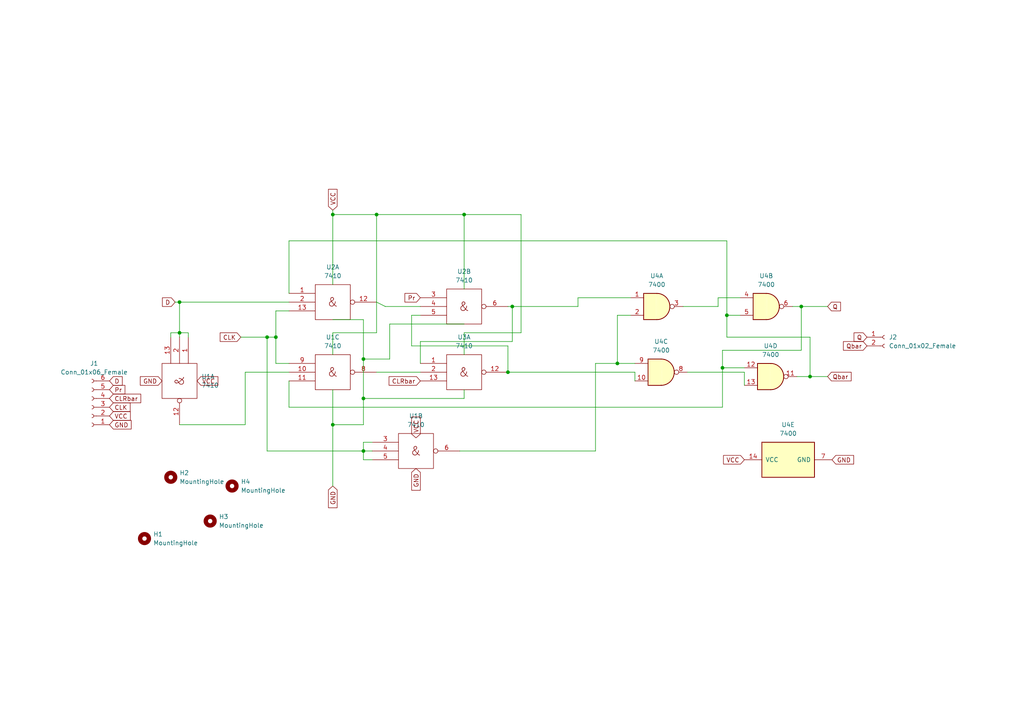
<source format=kicad_sch>
(kicad_sch (version 20211123) (generator eeschema)
  (paper "A4")
  (lib_symbols
    (symbol "74xx:7400" (pin_names (offset 1.016))
      (property "Reference" "U" (at 0 1.27 0))
      (property "Value" "7400" (at 0 -1.27 0))
      (symbol "7400_1_1"
        (arc (start 0 -3.81) (mid 3.81 0) (end 0 3.81) (stroke (width 0.254)) (fill (type background)))
        (polyline (pts (xy 0 3.81) (xy -3.81 3.81) (xy -3.81 -3.81) (xy 0 -3.81)) (stroke (width 0.254)) (fill (type background)))
        (pin input line (at -7.62 2.54 0) (length 3.81) (name "~") (number "1"))
        (pin input line (at -7.62 -2.54 0) (length 3.81) (name "~") (number "2"))
        (pin output inverted (at 7.62 0 180) (length 3.81) (name "~") (number "3"))
      )
      (symbol "7400_1_2"
        (arc (start -3.81 -3.81) (mid -2.589 0) (end -3.81 3.81) (stroke (width 0.254)))
        (arc (start -0.6096 -3.81) (mid 2.1842 -2.5851) (end 3.81 0) (stroke (width 0.254)) (fill (type background)))
        (polyline (pts (xy -3.81 -3.81) (xy -0.635 -3.81)) (stroke (width 0.254)) (fill (type background)))
        (polyline (pts (xy -3.81 3.81) (xy -0.635 3.81)) (stroke (width 0.254)) (fill (type background)))
        (polyline (pts (xy -0.635 3.81) (xy -3.81 3.81) (xy -3.81 3.81) (xy -3.556 3.4036) (xy -3.0226 2.2606) (xy -2.6924 1.0414) (xy -2.6162 -0.254) (xy -2.7686 -1.4986) (xy -3.175 -2.7178) (xy -3.81 -3.81) (xy -3.81 -3.81) (xy -0.635 -3.81)) (stroke (width -25.4)) (fill (type background)))
        (arc (start 3.81 0) (mid 2.1915 2.5936) (end -0.6096 3.81) (stroke (width 0.254)) (fill (type background)))
        (pin input inverted (at -7.62 2.54 0) (length 4.318) (name "~") (number "1"))
        (pin input inverted (at -7.62 -2.54 0) (length 4.318) (name "~") (number "2"))
        (pin output line (at 7.62 0 180) (length 3.81) (name "~") (number "3"))
      )
      (symbol "7400_2_1"
        (arc (start 0 -3.81) (mid 3.81 0) (end 0 3.81) (stroke (width 0.254)) (fill (type background)))
        (polyline (pts (xy 0 3.81) (xy -3.81 3.81) (xy -3.81 -3.81) (xy 0 -3.81)) (stroke (width 0.254)) (fill (type background)))
        (pin input line (at -7.62 2.54 0) (length 3.81) (name "~") (number "4"))
        (pin input line (at -7.62 -2.54 0) (length 3.81) (name "~") (number "5"))
        (pin output inverted (at 7.62 0 180) (length 3.81) (name "~") (number "6"))
      )
      (symbol "7400_2_2"
        (arc (start -3.81 -3.81) (mid -2.589 0) (end -3.81 3.81) (stroke (width 0.254)))
        (arc (start -0.6096 -3.81) (mid 2.1842 -2.5851) (end 3.81 0) (stroke (width 0.254)) (fill (type background)))
        (polyline (pts (xy -3.81 -3.81) (xy -0.635 -3.81)) (stroke (width 0.254)) (fill (type background)))
        (polyline (pts (xy -3.81 3.81) (xy -0.635 3.81)) (stroke (width 0.254)) (fill (type background)))
        (polyline (pts (xy -0.635 3.81) (xy -3.81 3.81) (xy -3.81 3.81) (xy -3.556 3.4036) (xy -3.0226 2.2606) (xy -2.6924 1.0414) (xy -2.6162 -0.254) (xy -2.7686 -1.4986) (xy -3.175 -2.7178) (xy -3.81 -3.81) (xy -3.81 -3.81) (xy -0.635 -3.81)) (stroke (width -25.4)) (fill (type background)))
        (arc (start 3.81 0) (mid 2.1915 2.5936) (end -0.6096 3.81) (stroke (width 0.254)) (fill (type background)))
        (pin input inverted (at -7.62 2.54 0) (length 4.318) (name "~") (number "4"))
        (pin input inverted (at -7.62 -2.54 0) (length 4.318) (name "~") (number "5"))
        (pin output line (at 7.62 0 180) (length 3.81) (name "~") (number "6"))
      )
      (symbol "7400_3_1"
        (arc (start 0 -3.81) (mid 3.81 0) (end 0 3.81) (stroke (width 0.254)) (fill (type background)))
        (polyline (pts (xy 0 3.81) (xy -3.81 3.81) (xy -3.81 -3.81) (xy 0 -3.81)) (stroke (width 0.254)) (fill (type background)))
        (pin input line (at -7.62 -2.54 0) (length 3.81) (name "~") (number "10"))
        (pin output inverted (at 7.62 0 180) (length 3.81) (name "~") (number "8"))
        (pin input line (at -7.62 2.54 0) (length 3.81) (name "~") (number "9"))
      )
      (symbol "7400_3_2"
        (arc (start -3.81 -3.81) (mid -2.589 0) (end -3.81 3.81) (stroke (width 0.254)))
        (arc (start -0.6096 -3.81) (mid 2.1842 -2.5851) (end 3.81 0) (stroke (width 0.254)) (fill (type background)))
        (polyline (pts (xy -3.81 -3.81) (xy -0.635 -3.81)) (stroke (width 0.254)) (fill (type background)))
        (polyline (pts (xy -3.81 3.81) (xy -0.635 3.81)) (stroke (width 0.254)) (fill (type background)))
        (polyline (pts (xy -0.635 3.81) (xy -3.81 3.81) (xy -3.81 3.81) (xy -3.556 3.4036) (xy -3.0226 2.2606) (xy -2.6924 1.0414) (xy -2.6162 -0.254) (xy -2.7686 -1.4986) (xy -3.175 -2.7178) (xy -3.81 -3.81) (xy -3.81 -3.81) (xy -0.635 -3.81)) (stroke (width -25.4)) (fill (type background)))
        (arc (start 3.81 0) (mid 2.1915 2.5936) (end -0.6096 3.81) (stroke (width 0.254)) (fill (type background)))
        (pin input inverted (at -7.62 -2.54 0) (length 4.318) (name "~") (number "10"))
        (pin output line (at 7.62 0 180) (length 3.81) (name "~") (number "8"))
        (pin input inverted (at -7.62 2.54 0) (length 4.318) (name "~") (number "9"))
      )
      (symbol "7400_4_1"
        (arc (start 0 -3.81) (mid 3.81 0) (end 0 3.81) (stroke (width 0.254)) (fill (type background)))
        (polyline (pts (xy 0 3.81) (xy -3.81 3.81) (xy -3.81 -3.81) (xy 0 -3.81)) (stroke (width 0.254)) (fill (type background)))
        (pin output inverted (at 7.62 0 180) (length 3.81) (name "~") (number "11"))
        (pin input line (at -7.62 2.54 0) (length 3.81) (name "~") (number "12"))
        (pin input line (at -7.62 -2.54 0) (length 3.81) (name "~") (number "13"))
      )
      (symbol "7400_4_2"
        (arc (start -3.81 -3.81) (mid -2.589 0) (end -3.81 3.81) (stroke (width 0.254)))
        (arc (start -0.6096 -3.81) (mid 2.1842 -2.5851) (end 3.81 0) (stroke (width 0.254)) (fill (type background)))
        (polyline (pts (xy -3.81 -3.81) (xy -0.635 -3.81)) (stroke (width 0.254)) (fill (type background)))
        (polyline (pts (xy -3.81 3.81) (xy -0.635 3.81)) (stroke (width 0.254)) (fill (type background)))
        (polyline (pts (xy -0.635 3.81) (xy -3.81 3.81) (xy -3.81 3.81) (xy -3.556 3.4036) (xy -3.0226 2.2606) (xy -2.6924 1.0414) (xy -2.6162 -0.254) (xy -2.7686 -1.4986) (xy -3.175 -2.7178) (xy -3.81 -3.81) (xy -3.81 -3.81) (xy -0.635 -3.81)) (stroke (width -25.4)) (fill (type background)))
        (arc (start 3.81 0) (mid 2.1915 2.5936) (end -0.6096 3.81) (stroke (width 0.254)) (fill (type background)))
        (pin output line (at 7.62 0 180) (length 3.81) (name "~") (number "11"))
        (pin input inverted (at -7.62 2.54 0) (length 4.318) (name "~") (number "12"))
        (pin input inverted (at -7.62 -2.54 0) (length 4.318) (name "~") (number "13"))
      )
      (symbol "7400_5_0"
        (pin power_in line (at 0 12.7 270) (length 5.08) (name "VCC") (number "14"))
        (pin power_in line (at 0 -12.7 90) (length 5.08) (name "GND") (number "7"))
      )
      (symbol "7400_5_1"
        (rectangle (start -5.08 7.62) (end 5.08 -7.62) (stroke (width 0.254)) (fill (type background)))
      )
    )
    (symbol "74xx_IEEE:7410" (pin_names (offset 0.762))
      (property "Reference" "U" (at 2.54 7.62 0))
      (property "Value" "7410" (at 3.81 -7.62 0))
      (symbol "7410_0_0"
        (text "&" (at 0 0 0) (effects (font (size 2.54 2.54))))
      )
      (symbol "7410_0_1"
        (rectangle (start -5.08 5.08) (end 5.08 -5.08))
        (pin power_in line (at 0 5.08 270) (length 0) hide (name "Vcc") (number "14"))
        (pin power_in line (at 0 -5.08 90) (length 0) hide (name "Gnd") (number "7"))
      )
      (symbol "7410_1_1"
        (pin input line (at -12.7 2.54 0) (length 7.62) (name "~") (number "1"))
        (pin output inverted (at 12.7 0 180) (length 7.62) (name "~") (number "12"))
        (pin input line (at -12.7 -2.54 0) (length 7.62) (name "~") (number "13"))
        (pin input line (at -12.7 0 0) (length 7.62) (name "~") (number "2"))
      )
      (symbol "7410_2_1"
        (pin input line (at -12.7 2.54 0) (length 7.62) (name "~") (number "3"))
        (pin input line (at -12.7 0 0) (length 7.62) (name "~") (number "4"))
        (pin input line (at -12.7 -2.54 0) (length 7.62) (name "~") (number "5"))
        (pin output inverted (at 12.7 0 180) (length 7.62) (name "~") (number "6"))
      )
      (symbol "7410_3_1"
        (pin input line (at -12.7 0 0) (length 7.62) (name "~") (number "10"))
        (pin input line (at -12.7 -2.54 0) (length 7.62) (name "~") (number "11"))
        (pin output inverted (at 12.7 0 180) (length 7.62) (name "~") (number "8"))
        (pin input line (at -12.7 2.54 0) (length 7.62) (name "~") (number "9"))
      )
    )
    (symbol "Connector:Conn_01x02_Female" (pin_names (offset 1.016) hide)
      (property "Reference" "J" (at 0 2.54 0))
      (property "Value" "Conn_01x02_Female" (at 0 -5.08 0))
      (symbol "Conn_01x02_Female_1_1"
        (arc (start 0 -2.032) (mid -0.508 -2.54) (end 0 -3.048) (stroke (width 0.1524)))
        (polyline (pts (xy -1.27 -2.54) (xy -0.508 -2.54)) (stroke (width 0.1524)))
        (polyline (pts (xy -1.27 0) (xy -0.508 0)) (stroke (width 0.1524)))
        (arc (start 0 0.508) (mid -0.508 0) (end 0 -0.508) (stroke (width 0.1524)))
        (pin passive line (at -5.08 0 0) (length 3.81) (name "Pin_1") (number "1"))
        (pin passive line (at -5.08 -2.54 0) (length 3.81) (name "Pin_2") (number "2"))
      )
    )
    (symbol "Connector:Conn_01x06_Female" (pin_names (offset 1.016) hide)
      (property "Reference" "J" (at 0 7.62 0))
      (property "Value" "Conn_01x06_Female" (at 0 -10.16 0))
      (symbol "Conn_01x06_Female_1_1"
        (arc (start 0 -7.112) (mid -0.508 -7.62) (end 0 -8.128) (stroke (width 0.1524)))
        (arc (start 0 -4.572) (mid -0.508 -5.08) (end 0 -5.588) (stroke (width 0.1524)))
        (arc (start 0 -2.032) (mid -0.508 -2.54) (end 0 -3.048) (stroke (width 0.1524)))
        (polyline (pts (xy -1.27 -7.62) (xy -0.508 -7.62)) (stroke (width 0.1524)))
        (polyline (pts (xy -1.27 -5.08) (xy -0.508 -5.08)) (stroke (width 0.1524)))
        (polyline (pts (xy -1.27 -2.54) (xy -0.508 -2.54)) (stroke (width 0.1524)))
        (polyline (pts (xy -1.27 0) (xy -0.508 0)) (stroke (width 0.1524)))
        (polyline (pts (xy -1.27 2.54) (xy -0.508 2.54)) (stroke (width 0.1524)))
        (polyline (pts (xy -1.27 5.08) (xy -0.508 5.08)) (stroke (width 0.1524)))
        (arc (start 0 0.508) (mid -0.508 0) (end 0 -0.508) (stroke (width 0.1524)))
        (arc (start 0 3.048) (mid -0.508 2.54) (end 0 2.032) (stroke (width 0.1524)))
        (arc (start 0 5.588) (mid -0.508 5.08) (end 0 4.572) (stroke (width 0.1524)))
        (pin passive line (at -5.08 5.08 0) (length 3.81) (name "Pin_1") (number "1"))
        (pin passive line (at -5.08 2.54 0) (length 3.81) (name "Pin_2") (number "2"))
        (pin passive line (at -5.08 0 0) (length 3.81) (name "Pin_3") (number "3"))
        (pin passive line (at -5.08 -2.54 0) (length 3.81) (name "Pin_4") (number "4"))
        (pin passive line (at -5.08 -5.08 0) (length 3.81) (name "Pin_5") (number "5"))
        (pin passive line (at -5.08 -7.62 0) (length 3.81) (name "Pin_6") (number "6"))
      )
    )
    (symbol "Mechanical:MountingHole" (pin_names (offset 1.016))
      (property "Reference" "H" (at 0 5.08 0))
      (property "Value" "MountingHole" (at 0 3.175 0))
      (symbol "MountingHole_0_1"
        (circle (center 0 0) (radius 1.27) (stroke (width 1.27)))
      )
    )
  )
  (junction (at 179.07 105.41))
  (junction (at 77.47 97.79))
  (junction (at 109.22 62.23))
  (junction (at 96.52 123.19))
  (junction (at 148.59 88.9))
  (junction (at 147.32 107.95))
  (junction (at 52.07 96.52))
  (junction (at 234.95 109.22))
  (junction (at 105.41 130.81))
  (junction (at 80.01 97.79))
  (junction (at 105.41 115.57))
  (junction (at 232.41 88.9))
  (junction (at 96.52 62.23))
  (junction (at 52.07 87.63))
  (junction (at 209.55 106.68))
  (junction (at 134.62 62.23))
  (junction (at 210.82 91.44))
  (junction (at 105.41 104.14))
  (wire (pts (xy 96.52 60.96) (xy 96.52 62.23)))
  (wire (pts (xy 232.41 88.9) (xy 240.03 88.9)))
  (wire (pts (xy 77.47 130.81) (xy 77.47 97.79)))
  (wire (pts (xy 52.07 87.63) (xy 52.07 96.52)))
  (wire (pts (xy 80.01 90.17) (xy 80.01 97.79)))
  (wire (pts (xy 209.55 101.6) (xy 209.55 106.68)))
  (wire (pts (xy 234.95 97.79) (xy 234.95 109.22)))
  (wire (pts (xy 69.85 97.79) (xy 77.47 97.79)))
  (wire (pts (xy 210.82 97.79) (xy 234.95 97.79)))
  (wire (pts (xy 209.55 106.68) (xy 215.9 106.68)))
  (wire (pts (xy 209.55 106.68) (xy 209.55 118.11)))
  (wire (pts (xy 134.62 93.98) (xy 113.03 93.98)))
  (wire (pts (xy 172.72 105.41) (xy 179.07 105.41)))
  (wire (pts (xy 105.41 115.57) (xy 105.41 123.19)))
  (wire (pts (xy 147.32 107.95) (xy 184.15 107.95)))
  (wire (pts (xy 134.62 83.82) (xy 134.62 62.23)))
  (wire (pts (xy 121.92 99.06) (xy 148.59 99.06)))
  (wire (pts (xy 229.87 88.9) (xy 232.41 88.9)))
  (wire (pts (xy 83.82 85.09) (xy 83.82 69.85)))
  (wire (pts (xy 109.22 62.23) (xy 109.22 96.52)))
  (wire (pts (xy 96.52 62.23) (xy 96.52 82.55)))
  (wire (pts (xy 71.12 123.19) (xy 52.07 123.19)))
  (wire (pts (xy 83.82 90.17) (xy 80.01 90.17)))
  (wire (pts (xy 208.28 88.9) (xy 208.28 86.36)))
  (wire (pts (xy 83.82 107.95) (xy 71.12 107.95)))
  (wire (pts (xy 147.32 100.33) (xy 119.38 100.33)))
  (wire (pts (xy 167.64 88.9) (xy 167.64 86.36)))
  (wire (pts (xy 215.9 107.95) (xy 215.9 111.76)))
  (wire (pts (xy 50.8 87.63) (xy 52.07 87.63)))
  (wire (pts (xy 105.41 128.27) (xy 107.95 128.27)))
  (wire (pts (xy 109.22 62.23) (xy 96.52 62.23)))
  (wire (pts (xy 134.62 96.52) (xy 151.13 96.52)))
  (wire (pts (xy 71.12 107.95) (xy 71.12 123.19)))
  (wire (pts (xy 83.82 118.11) (xy 83.82 110.49)))
  (wire (pts (xy 151.13 96.52) (xy 151.13 62.23)))
  (wire (pts (xy 107.95 130.81) (xy 105.41 130.81)))
  (wire (pts (xy 172.72 130.81) (xy 172.72 105.41)))
  (wire (pts (xy 231.14 109.22) (xy 234.95 109.22)))
  (wire (pts (xy 105.41 130.81) (xy 105.41 133.35)))
  (wire (pts (xy 134.62 62.23) (xy 109.22 62.23)))
  (wire (pts (xy 52.07 87.63) (xy 83.82 87.63)))
  (wire (pts (xy 111.76 88.9) (xy 109.22 87.63)))
  (wire (pts (xy 232.41 88.9) (xy 232.41 101.6)))
  (wire (pts (xy 184.15 107.95) (xy 184.15 110.49)))
  (wire (pts (xy 113.03 93.98) (xy 113.03 104.14)))
  (wire (pts (xy 54.61 96.52) (xy 52.07 96.52)))
  (wire (pts (xy 105.41 128.27) (xy 105.41 130.81)))
  (wire (pts (xy 134.62 115.57) (xy 105.41 115.57)))
  (wire (pts (xy 96.52 113.03) (xy 96.52 123.19)))
  (wire (pts (xy 208.28 86.36) (xy 214.63 86.36)))
  (wire (pts (xy 96.52 102.87) (xy 96.52 96.52)))
  (wire (pts (xy 147.32 88.9) (xy 148.59 88.9)))
  (wire (pts (xy 54.61 97.79) (xy 54.61 96.52)))
  (wire (pts (xy 105.41 130.81) (xy 77.47 130.81)))
  (wire (pts (xy 210.82 69.85) (xy 210.82 91.44)))
  (wire (pts (xy 83.82 69.85) (xy 210.82 69.85)))
  (wire (pts (xy 107.95 133.35) (xy 105.41 133.35)))
  (wire (pts (xy 199.39 107.95) (xy 215.9 107.95)))
  (wire (pts (xy 147.32 107.95) (xy 147.32 100.33)))
  (wire (pts (xy 182.88 91.44) (xy 179.07 91.44)))
  (wire (pts (xy 179.07 91.44) (xy 179.07 105.41)))
  (wire (pts (xy 49.53 97.79) (xy 49.53 96.52)))
  (wire (pts (xy 109.22 107.95) (xy 121.92 107.95)))
  (wire (pts (xy 96.52 92.71) (xy 105.41 92.71)))
  (wire (pts (xy 121.92 99.06) (xy 121.92 105.41)))
  (wire (pts (xy 151.13 62.23) (xy 134.62 62.23)))
  (wire (pts (xy 113.03 104.14) (xy 105.41 104.14)))
  (wire (pts (xy 96.52 123.19) (xy 105.41 123.19)))
  (wire (pts (xy 134.62 113.03) (xy 134.62 115.57)))
  (wire (pts (xy 80.01 97.79) (xy 80.01 105.41)))
  (wire (pts (xy 52.07 96.52) (xy 52.07 97.79)))
  (wire (pts (xy 209.55 118.11) (xy 83.82 118.11)))
  (wire (pts (xy 210.82 91.44) (xy 210.82 97.79)))
  (wire (pts (xy 105.41 104.14) (xy 105.41 115.57)))
  (wire (pts (xy 210.82 91.44) (xy 214.63 91.44)))
  (wire (pts (xy 167.64 86.36) (xy 182.88 86.36)))
  (wire (pts (xy 134.62 102.87) (xy 134.62 96.52)))
  (wire (pts (xy 119.38 91.44) (xy 121.92 91.44)))
  (wire (pts (xy 234.95 109.22) (xy 240.03 109.22)))
  (wire (pts (xy 105.41 92.71) (xy 105.41 104.14)))
  (wire (pts (xy 119.38 100.33) (xy 119.38 91.44)))
  (wire (pts (xy 96.52 96.52) (xy 109.22 96.52)))
  (wire (pts (xy 198.12 88.9) (xy 208.28 88.9)))
  (wire (pts (xy 80.01 105.41) (xy 83.82 105.41)))
  (wire (pts (xy 49.53 96.52) (xy 52.07 96.52)))
  (wire (pts (xy 133.35 130.81) (xy 172.72 130.81)))
  (wire (pts (xy 148.59 88.9) (xy 167.64 88.9)))
  (wire (pts (xy 77.47 97.79) (xy 80.01 97.79)))
  (wire (pts (xy 232.41 101.6) (xy 209.55 101.6)))
  (wire (pts (xy 96.52 123.19) (xy 96.52 140.97)))
  (wire (pts (xy 111.76 88.9) (xy 121.92 88.9)))
  (wire (pts (xy 148.59 99.06) (xy 148.59 88.9)))
  (wire (pts (xy 179.07 105.41) (xy 184.15 105.41)))
  (global_label "GND" (shape input) (at 241.3 133.35 0) (property "Intersheet References" "${INTERSHEET_REFS}" (effects hide)))
  (global_label "Pr" (shape input) (at 31.75 113.03 0) (property "Intersheet References" "${INTERSHEET_REFS}" (effects hide)))
  (global_label "GND" (shape input) (at 31.75 123.19 0) (property "Intersheet References" "${INTERSHEET_REFS}" (effects hide)))
  (global_label "D" (shape input) (at 50.8 87.63 180) (property "Intersheet References" "${INTERSHEET_REFS}" (effects hide)))
  (global_label "VCC" (shape input) (at 96.52 60.96 90) (property "Intersheet References" "${INTERSHEET_REFS}" (effects hide)))
  (global_label "CLK" (shape input) (at 31.75 118.11 0) (property "Intersheet References" "${INTERSHEET_REFS}" (effects hide)))
  (global_label "Qbar" (shape input) (at 251.46 100.33 180) (property "Intersheet References" "${INTERSHEET_REFS}" (effects hide)))
  (global_label "Pr" (shape input) (at 121.92 86.36 180) (property "Intersheet References" "${INTERSHEET_REFS}" (effects hide)))
  (global_label "Q" (shape input) (at 251.46 97.79 180) (property "Intersheet References" "${INTERSHEET_REFS}" (effects hide)))
  (global_label "VCC" (shape input) (at 215.9 133.35 180) (property "Intersheet References" "${INTERSHEET_REFS}" (effects hide)))
  (global_label "VCC" (shape input) (at 57.15 110.49 0) (property "Intersheet References" "${INTERSHEET_REFS}" (effects hide)))
  (global_label "VCC" (shape input) (at 120.65 127 90) (property "Intersheet References" "${INTERSHEET_REFS}" (effects hide)))
  (global_label "Q" (shape input) (at 240.03 88.9 0) (property "Intersheet References" "${INTERSHEET_REFS}" (effects hide)))
  (global_label "GND" (shape input) (at 96.52 140.97 270) (property "Intersheet References" "${INTERSHEET_REFS}" (effects hide)))
  (global_label "D" (shape input) (at 31.75 110.49 0) (property "Intersheet References" "${INTERSHEET_REFS}" (effects hide)))
  (global_label "VCC" (shape input) (at 31.75 120.65 0) (property "Intersheet References" "${INTERSHEET_REFS}" (effects hide)))
  (global_label "CLRbar" (shape input) (at 31.75 115.57 0) (property "Intersheet References" "${INTERSHEET_REFS}" (effects hide)))
  (global_label "GND" (shape input) (at 46.99 110.49 180) (property "Intersheet References" "${INTERSHEET_REFS}" (effects hide)))
  (global_label "GND" (shape input) (at 120.65 135.89 270) (property "Intersheet References" "${INTERSHEET_REFS}" (effects hide)))
  (global_label "CLK" (shape input) (at 69.85 97.79 180) (property "Intersheet References" "${INTERSHEET_REFS}" (effects hide)))
  (global_label "CLRbar" (shape input) (at 121.92 110.49 180) (property "Intersheet References" "${INTERSHEET_REFS}" (effects hide)))
  (global_label "Qbar" (shape input) (at 240.03 109.22 0) (property "Intersheet References" "${INTERSHEET_REFS}" (effects hide)))
  (symbol (lib_id "74xx:7400") (at 223.52 109.22 0) (unit 4)
    (property "Reference" "U4" (at 223.52 100.33 0))
    (property "Value" "7400" (at 223.52 102.87 0))
    (property "Footprint" "Package_DIP:DIP-14_W7.62mm_Socket" (effects hide))
    (property "Datasheet" "http://www.ti.com/lit/gpn/sn7400" (effects hide))
  )
  (symbol (lib_id "Mechanical:MountingHole") (at 41.91 156.21 0) (unit 1)
    (property "Reference" "H1" (at 44.45 154.9399 0) (effects (justify left)))
    (property "Value" "MountingHole" (at 44.45 157.4799 0) (effects (justify left)))
    (property "Footprint" "MountingHole:MountingHole_2.5mm" (effects hide))
  )
  (symbol (lib_id "Mechanical:MountingHole") (at 60.96 151.13 0) (unit 1)
    (property "Reference" "H3" (at 63.5 149.8599 0) (effects (justify left)))
    (property "Value" "MountingHole" (at 63.5 152.3999 0) (effects (justify left)))
    (property "Footprint" "MountingHole:MountingHole_2.5mm" (effects hide))
  )
  (symbol (lib_id "74xx_IEEE:7410") (at 120.65 130.81 0) (unit 2)
    (property "Reference" "U1" (at 120.65 120.65 0))
    (property "Value" "7410" (at 120.65 123.19 0))
    (property "Footprint" "Package_DIP:DIP-14_W7.62mm_Socket" (effects hide))
  )
  (symbol (lib_id "74xx_IEEE:7410") (at 96.52 87.63 0) (unit 1)
    (property "Reference" "U2" (at 96.52 77.47 0))
    (property "Value" "7410" (at 96.52 80.01 0))
    (property "Footprint" "Package_DIP:DIP-14_W7.62mm_Socket" (effects hide))
  )
  (symbol (lib_id "74xx:7400") (at 191.77 107.95 0) (unit 3)
    (property "Reference" "U4" (at 191.77 99.06 0))
    (property "Value" "7400" (at 191.77 101.6 0))
    (property "Footprint" "Package_DIP:DIP-14_W7.62mm_Socket" (effects hide))
    (property "Datasheet" "http://www.ti.com/lit/gpn/sn7400" (effects hide))
  )
  (symbol (lib_id "74xx_IEEE:7410") (at 52.07 110.49 270) (unit 1)
    (property "Reference" "U1" (at 58.42 109.2199 90) (effects (justify left)))
    (property "Value" "7410" (at 58.42 111.7599 90) (effects (justify left)))
    (property "Footprint" "Package_DIP:DIP-14_W7.62mm_Socket" (effects hide))
  )
  (symbol (lib_id "74xx:7400") (at 228.6 133.35 90) (unit 5)
    (property "Reference" "U4" (at 228.6 123.19 90))
    (property "Value" "7400" (at 228.6 125.73 90))
    (property "Footprint" "Package_DIP:DIP-14_W7.62mm_Socket" (effects hide))
    (property "Datasheet" "http://www.ti.com/lit/gpn/sn7400" (effects hide))
  )
  (symbol (lib_id "Connector:Conn_01x06_Female") (at 26.67 118.11 180) (unit 1)
    (property "Reference" "J1" (at 27.305 105.41 0))
    (property "Value" "Conn_01x06_Female" (at 27.305 107.95 0))
    (property "Footprint" "Connector_JST:JST_EH_S6B-EH_1x06_P2.50mm_Horizontal" (effects hide))
  )
  (symbol (lib_id "74xx_IEEE:7410") (at 134.62 88.9 0) (unit 2)
    (property "Reference" "U2" (at 134.62 78.74 0))
    (property "Value" "7410" (at 134.62 81.28 0))
    (property "Footprint" "Package_DIP:DIP-14_W7.62mm_Socket" (effects hide))
  )
  (symbol (lib_id "74xx:7400") (at 222.25 88.9 0) (unit 2)
    (property "Reference" "U4" (at 222.25 80.01 0))
    (property "Value" "7400" (at 222.25 82.55 0))
    (property "Footprint" "Package_DIP:DIP-14_W7.62mm_Socket" (effects hide))
    (property "Datasheet" "http://www.ti.com/lit/gpn/sn7400" (effects hide))
  )
  (symbol (lib_id "Mechanical:MountingHole") (at 49.53 138.43 0) (unit 1)
    (property "Reference" "H2" (at 52.07 137.1599 0) (effects (justify left)))
    (property "Value" "MountingHole" (at 52.07 139.6999 0) (effects (justify left)))
    (property "Footprint" "MountingHole:MountingHole_2.5mm" (effects hide))
  )
  (symbol (lib_id "74xx_IEEE:7410") (at 96.52 107.95 0) (unit 3)
    (property "Reference" "U1" (at 96.52 97.79 0))
    (property "Value" "7410" (at 96.52 100.33 0))
    (property "Footprint" "Package_DIP:DIP-14_W7.62mm_Socket" (effects hide))
  )
  (symbol (lib_id "74xx:7400") (at 190.5 88.9 0) (unit 1)
    (property "Reference" "U4" (at 190.5 80.01 0))
    (property "Value" "7400" (at 190.5 82.55 0))
    (property "Footprint" "Package_DIP:DIP-14_W7.62mm_Socket" (effects hide))
    (property "Datasheet" "http://www.ti.com/lit/gpn/sn7400" (effects hide))
  )
  (symbol (lib_id "Connector:Conn_01x02_Female") (at 256.54 97.79 0) (unit 1)
    (property "Reference" "J2" (at 257.81 97.7899 0) (effects (justify left)))
    (property "Value" "Conn_01x02_Female" (at 257.81 100.3299 0) (effects (justify left)))
    (property "Footprint" "Connector_JST:JST_EH_S2B-EH_1x02_P2.50mm_Horizontal" (effects hide))
  )
  (symbol (lib_id "74xx_IEEE:7410") (at 134.62 107.95 0) (unit 1)
    (property "Reference" "U3" (at 134.62 97.79 0))
    (property "Value" "7410" (at 134.62 100.33 0))
    (property "Footprint" "Package_DIP:DIP-14_W7.62mm_Socket" (effects hide))
  )
  (symbol (lib_id "Mechanical:MountingHole") (at 67.31 140.97 0) (unit 1)
    (property "Reference" "H4" (at 69.85 139.6999 0) (effects (justify left)))
    (property "Value" "MountingHole" (at 69.85 142.2399 0) (effects (justify left)))
    (property "Footprint" "MountingHole:MountingHole_2.5mm" (effects hide))
  )
)
</source>
